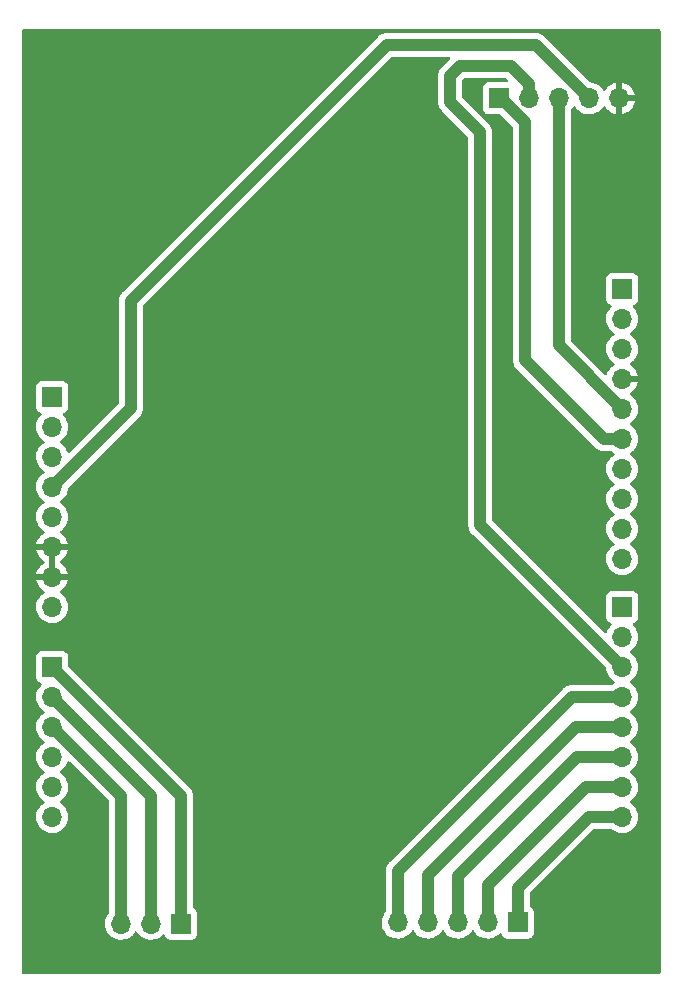
<source format=gbr>
%TF.GenerationSoftware,KiCad,Pcbnew,(6.0.7)*%
%TF.CreationDate,2023-09-18T08:45:16-03:00*%
%TF.ProjectId,Shield_Arduino_MAX6675,53686965-6c64-45f4-9172-6475696e6f5f,rev?*%
%TF.SameCoordinates,Original*%
%TF.FileFunction,Copper,L2,Bot*%
%TF.FilePolarity,Positive*%
%FSLAX46Y46*%
G04 Gerber Fmt 4.6, Leading zero omitted, Abs format (unit mm)*
G04 Created by KiCad (PCBNEW (6.0.7)) date 2023-09-18 08:45:16*
%MOMM*%
%LPD*%
G01*
G04 APERTURE LIST*
%TA.AperFunction,ComponentPad*%
%ADD10R,1.700000X1.700000*%
%TD*%
%TA.AperFunction,ComponentPad*%
%ADD11O,1.700000X1.700000*%
%TD*%
%TA.AperFunction,Conductor*%
%ADD12C,1.000000*%
%TD*%
G04 APERTURE END LIST*
D10*
%TO.P,J1,1,Pin_1*%
%TO.N,unconnected-(J1-Pad1)*%
X109702800Y-67437200D03*
D11*
%TO.P,J1,2,Pin_2*%
%TO.N,/IOREF*%
X109702800Y-69977200D03*
%TO.P,J1,3,Pin_3*%
%TO.N,/~{RESET}*%
X109702800Y-72517200D03*
%TO.P,J1,4,Pin_4*%
%TO.N,+3V3*%
X109702800Y-75057200D03*
%TO.P,J1,5,Pin_5*%
%TO.N,+5V*%
X109702800Y-77597200D03*
%TO.P,J1,6,Pin_6*%
%TO.N,GND*%
X109702800Y-80137200D03*
%TO.P,J1,7,Pin_7*%
X109702800Y-82677200D03*
%TO.P,J1,8,Pin_8*%
%TO.N,VCC*%
X109702800Y-85217200D03*
%TD*%
D10*
%TO.P,J3,1,Pin_1*%
%TO.N,/A0*%
X109702800Y-90297200D03*
D11*
%TO.P,J3,2,Pin_2*%
%TO.N,/A1*%
X109702800Y-92837200D03*
%TO.P,J3,3,Pin_3*%
%TO.N,/A2*%
X109702800Y-95377200D03*
%TO.P,J3,4,Pin_4*%
%TO.N,/A3*%
X109702800Y-97917200D03*
%TO.P,J3,5,Pin_5*%
%TO.N,/SDA{slash}A4*%
X109702800Y-100457200D03*
%TO.P,J3,6,Pin_6*%
%TO.N,/SCL{slash}A5*%
X109702800Y-102997200D03*
%TD*%
D10*
%TO.P,J2,1,Pin_1*%
%TO.N,unconnected-(J2-Pad1)*%
X157962800Y-58293200D03*
D11*
%TO.P,J2,2,Pin_2*%
%TO.N,unconnected-(J2-Pad2)*%
X157962800Y-60833200D03*
%TO.P,J2,3,Pin_3*%
%TO.N,unconnected-(J2-Pad3)*%
X157962800Y-63373200D03*
%TO.P,J2,4,Pin_4*%
%TO.N,GND*%
X157962800Y-65913200D03*
%TO.P,J2,5,Pin_5*%
%TO.N,/D13*%
X157962800Y-68453200D03*
%TO.P,J2,6,Pin_6*%
%TO.N,/D12*%
X157962800Y-70993200D03*
%TO.P,J2,7,Pin_7*%
%TO.N,unconnected-(J2-Pad7)*%
X157962800Y-73533200D03*
%TO.P,J2,8,Pin_8*%
%TO.N,unconnected-(J2-Pad8)*%
X157962800Y-76073200D03*
%TO.P,J2,9,Pin_9*%
%TO.N,unconnected-(J2-Pad9)*%
X157962800Y-78613200D03*
%TO.P,J2,10,Pin_10*%
%TO.N,unconnected-(J2-Pad10)*%
X157962800Y-81153200D03*
%TD*%
D10*
%TO.P,J4,1,Pin_1*%
%TO.N,unconnected-(J4-Pad1)*%
X157962800Y-85217200D03*
D11*
%TO.P,J4,2,Pin_2*%
%TO.N,unconnected-(J4-Pad2)*%
X157962800Y-87757200D03*
%TO.P,J4,3,Pin_3*%
%TO.N,/D5*%
X157962800Y-90297200D03*
%TO.P,J4,4,Pin_4*%
%TO.N,/D4*%
X157962800Y-92837200D03*
%TO.P,J4,5,Pin_5*%
%TO.N,/D3*%
X157962800Y-95377200D03*
%TO.P,J4,6,Pin_6*%
%TO.N,/D2*%
X157962800Y-97917200D03*
%TO.P,J4,7,Pin_7*%
%TO.N,/D1*%
X157962800Y-100457200D03*
%TO.P,J4,8,Pin_8*%
%TO.N,/D0*%
X157962800Y-102997200D03*
%TD*%
D10*
%TO.P,J5,1,Pin_1*%
%TO.N,/D12*%
X147553800Y-42145000D03*
D11*
%TO.P,J5,2,Pin_2*%
%TO.N,/D5*%
X150093800Y-42145000D03*
%TO.P,J5,3,Pin_3*%
%TO.N,/D13*%
X152633800Y-42145000D03*
%TO.P,J5,4,Pin_4*%
%TO.N,+3V3*%
X155173800Y-42145000D03*
%TO.P,J5,5,Pin_5*%
%TO.N,GND*%
X157713800Y-42145000D03*
%TD*%
D10*
%TO.P,J6,1,Pin_1*%
%TO.N,/A0*%
X120609800Y-112033400D03*
D11*
%TO.P,J6,2,Pin_2*%
%TO.N,/A1*%
X118069800Y-112033400D03*
%TO.P,J6,3,Pin_3*%
%TO.N,/A2*%
X115529800Y-112033400D03*
%TD*%
D10*
%TO.P,J8,1,Pin_1*%
%TO.N,/D0*%
X149118600Y-111931800D03*
D11*
%TO.P,J8,2,Pin_2*%
%TO.N,/D1*%
X146578600Y-111931800D03*
%TO.P,J8,3,Pin_3*%
%TO.N,/D2*%
X144038600Y-111931800D03*
%TO.P,J8,4,Pin_4*%
%TO.N,/D3*%
X141498600Y-111931800D03*
%TO.P,J8,5,Pin_5*%
%TO.N,/D4*%
X138958600Y-111931800D03*
%TD*%
D12*
%TO.N,/A0*%
X120609800Y-101204200D02*
X120609800Y-112033400D01*
X109702800Y-90297200D02*
X120609800Y-101204200D01*
%TO.N,/A1*%
X118069800Y-112033400D02*
X118069800Y-101204200D01*
X118069800Y-101204200D02*
X109702800Y-92837200D01*
%TO.N,/A2*%
X115529800Y-101204200D02*
X115529800Y-112033400D01*
X109702800Y-95377200D02*
X115529800Y-101204200D01*
%TO.N,+3V3*%
X138049200Y-37617600D02*
X116357600Y-59309200D01*
X116357600Y-68402400D02*
X109702800Y-75057200D01*
X155173800Y-42145000D02*
X150646400Y-37617600D01*
X150646400Y-37617600D02*
X138049200Y-37617600D01*
X116357600Y-59309200D02*
X116357600Y-68402400D01*
%TO.N,/D12*%
X156413400Y-70993200D02*
X149733200Y-64313000D01*
X157962800Y-70993200D02*
X156413400Y-70993200D01*
X147706200Y-42145000D02*
X147553800Y-42145000D01*
X149733200Y-44172000D02*
X147706200Y-42145000D01*
X149733200Y-64313000D02*
X149733200Y-44172000D01*
%TO.N,/D13*%
X152633800Y-63012600D02*
X152633800Y-42145000D01*
X152578000Y-63068400D02*
X152633800Y-63012600D01*
X157962800Y-68453200D02*
X152578000Y-63068400D01*
%TO.N,/D5*%
X157962800Y-90297200D02*
X145948600Y-78283000D01*
X143383200Y-40259200D02*
X144246800Y-39395600D01*
X145948600Y-45009000D02*
X143383200Y-42443600D01*
X150093800Y-40942919D02*
X150093800Y-42145000D01*
X144246800Y-39395600D02*
X148546481Y-39395600D01*
X143383200Y-42443600D02*
X143383200Y-40259200D01*
X145948600Y-78283000D02*
X145948600Y-45009000D01*
X148546481Y-39395600D02*
X150093800Y-40942919D01*
%TO.N,/D0*%
X149118600Y-111931800D02*
X149118600Y-108996600D01*
X155118000Y-102997200D02*
X157962800Y-102997200D01*
X149118600Y-108996600D02*
X155118000Y-102997200D01*
%TO.N,/D1*%
X154864000Y-100457200D02*
X157962800Y-100457200D01*
X146578600Y-108742600D02*
X154864000Y-100457200D01*
X146578600Y-111931800D02*
X146578600Y-108742600D01*
%TO.N,/D2*%
X154152800Y-97917200D02*
X157962800Y-97917200D01*
X144038600Y-111931800D02*
X144038600Y-108031400D01*
X144038600Y-108031400D02*
X154152800Y-97917200D01*
%TO.N,/D3*%
X141498600Y-107929800D02*
X154051200Y-95377200D01*
X141498600Y-111931800D02*
X141498600Y-107929800D01*
X154051200Y-95377200D02*
X157962800Y-95377200D01*
%TO.N,/D4*%
X138958600Y-107574200D02*
X153695600Y-92837200D01*
X153695600Y-92837200D02*
X157962800Y-92837200D01*
X138958600Y-111931800D02*
X138958600Y-107574200D01*
%TD*%
%TA.AperFunction,Conductor*%
%TO.N,GND*%
G36*
X161155621Y-36317302D02*
G01*
X161202114Y-36370958D01*
X161213500Y-36423300D01*
X161213500Y-116180300D01*
X161193498Y-116248421D01*
X161139842Y-116294914D01*
X161087500Y-116306300D01*
X107289300Y-116306300D01*
X107221179Y-116286298D01*
X107174686Y-116232642D01*
X107163300Y-116180300D01*
X107163300Y-102963895D01*
X108340051Y-102963895D01*
X108340348Y-102969048D01*
X108340348Y-102969051D01*
X108345811Y-103063790D01*
X108352910Y-103186915D01*
X108354047Y-103191961D01*
X108354048Y-103191967D01*
X108373919Y-103280139D01*
X108402022Y-103404839D01*
X108486066Y-103611816D01*
X108602787Y-103802288D01*
X108749050Y-103971138D01*
X108920926Y-104113832D01*
X109113800Y-104226538D01*
X109322492Y-104306230D01*
X109327560Y-104307261D01*
X109327563Y-104307262D01*
X109434817Y-104329083D01*
X109541397Y-104350767D01*
X109546572Y-104350957D01*
X109546574Y-104350957D01*
X109759473Y-104358764D01*
X109759477Y-104358764D01*
X109764637Y-104358953D01*
X109769757Y-104358297D01*
X109769759Y-104358297D01*
X109981088Y-104331225D01*
X109981089Y-104331225D01*
X109986216Y-104330568D01*
X109991166Y-104329083D01*
X110195229Y-104267861D01*
X110195234Y-104267859D01*
X110200184Y-104266374D01*
X110400794Y-104168096D01*
X110582660Y-104038373D01*
X110595376Y-104025702D01*
X110737235Y-103884337D01*
X110740896Y-103880689D01*
X110800394Y-103797889D01*
X110868235Y-103703477D01*
X110871253Y-103699277D01*
X110970230Y-103499011D01*
X111035170Y-103285269D01*
X111064329Y-103063790D01*
X111065956Y-102997200D01*
X111047652Y-102774561D01*
X110993231Y-102557902D01*
X110904154Y-102353040D01*
X110782814Y-102165477D01*
X110632470Y-102000251D01*
X110628419Y-101997052D01*
X110628415Y-101997048D01*
X110461214Y-101865000D01*
X110461210Y-101864998D01*
X110457159Y-101861798D01*
X110415853Y-101838996D01*
X110365884Y-101788564D01*
X110351112Y-101719121D01*
X110376228Y-101652716D01*
X110403580Y-101626109D01*
X110461172Y-101585029D01*
X110582660Y-101498373D01*
X110595376Y-101485702D01*
X110737235Y-101344337D01*
X110740896Y-101340689D01*
X110800394Y-101257889D01*
X110868235Y-101163477D01*
X110871253Y-101159277D01*
X110875164Y-101151365D01*
X110967936Y-100963653D01*
X110967937Y-100963651D01*
X110970230Y-100959011D01*
X111013317Y-100817194D01*
X111033665Y-100750223D01*
X111033665Y-100750221D01*
X111035170Y-100745269D01*
X111064329Y-100523790D01*
X111065956Y-100457200D01*
X111047652Y-100234561D01*
X110993231Y-100017902D01*
X110904154Y-99813040D01*
X110833573Y-99703938D01*
X110785622Y-99629817D01*
X110785620Y-99629814D01*
X110782814Y-99625477D01*
X110632470Y-99460251D01*
X110628419Y-99457052D01*
X110628415Y-99457048D01*
X110461214Y-99325000D01*
X110461210Y-99324998D01*
X110457159Y-99321798D01*
X110415853Y-99298996D01*
X110365884Y-99248564D01*
X110351112Y-99179121D01*
X110376228Y-99112716D01*
X110403580Y-99086109D01*
X110447403Y-99054850D01*
X110582660Y-98958373D01*
X110595376Y-98945702D01*
X110737235Y-98804337D01*
X110740896Y-98800689D01*
X110800394Y-98717889D01*
X110868235Y-98623477D01*
X110871253Y-98619277D01*
X110970230Y-98419011D01*
X110990277Y-98353027D01*
X111029216Y-98293667D01*
X111094070Y-98264779D01*
X111164246Y-98275540D01*
X111199929Y-98300564D01*
X114484395Y-101585029D01*
X114518421Y-101647341D01*
X114521300Y-101674124D01*
X114521300Y-111071781D01*
X114501298Y-111139902D01*
X114486394Y-111158832D01*
X114470429Y-111175538D01*
X114344543Y-111360080D01*
X114250488Y-111562705D01*
X114190789Y-111777970D01*
X114167051Y-112000095D01*
X114179910Y-112223115D01*
X114181047Y-112228161D01*
X114181048Y-112228167D01*
X114204989Y-112334396D01*
X114229022Y-112441039D01*
X114261523Y-112521080D01*
X114296389Y-112606944D01*
X114313066Y-112648016D01*
X114350485Y-112709078D01*
X114427091Y-112834088D01*
X114429787Y-112838488D01*
X114576050Y-113007338D01*
X114747926Y-113150032D01*
X114940800Y-113262738D01*
X114945625Y-113264580D01*
X114945626Y-113264581D01*
X114995288Y-113283545D01*
X115149492Y-113342430D01*
X115154560Y-113343461D01*
X115154563Y-113343462D01*
X115261817Y-113365283D01*
X115368397Y-113386967D01*
X115373572Y-113387157D01*
X115373574Y-113387157D01*
X115586473Y-113394964D01*
X115586477Y-113394964D01*
X115591637Y-113395153D01*
X115596757Y-113394497D01*
X115596759Y-113394497D01*
X115808088Y-113367425D01*
X115808089Y-113367425D01*
X115813216Y-113366768D01*
X115818166Y-113365283D01*
X116022229Y-113304061D01*
X116022234Y-113304059D01*
X116027184Y-113302574D01*
X116227794Y-113204296D01*
X116409660Y-113074573D01*
X116433274Y-113051042D01*
X116515272Y-112969329D01*
X116567896Y-112916889D01*
X116580381Y-112899515D01*
X116698253Y-112735477D01*
X116699576Y-112736428D01*
X116746445Y-112693257D01*
X116816380Y-112681025D01*
X116881826Y-112708544D01*
X116909675Y-112740394D01*
X116969787Y-112838488D01*
X117116050Y-113007338D01*
X117287926Y-113150032D01*
X117480800Y-113262738D01*
X117485625Y-113264580D01*
X117485626Y-113264581D01*
X117535288Y-113283545D01*
X117689492Y-113342430D01*
X117694560Y-113343461D01*
X117694563Y-113343462D01*
X117801817Y-113365283D01*
X117908397Y-113386967D01*
X117913572Y-113387157D01*
X117913574Y-113387157D01*
X118126473Y-113394964D01*
X118126477Y-113394964D01*
X118131637Y-113395153D01*
X118136757Y-113394497D01*
X118136759Y-113394497D01*
X118348088Y-113367425D01*
X118348089Y-113367425D01*
X118353216Y-113366768D01*
X118358166Y-113365283D01*
X118562229Y-113304061D01*
X118562234Y-113304059D01*
X118567184Y-113302574D01*
X118767794Y-113204296D01*
X118949660Y-113074573D01*
X119057891Y-112966719D01*
X119120262Y-112932804D01*
X119191068Y-112937992D01*
X119247830Y-112980638D01*
X119264812Y-113011741D01*
X119287001Y-113070929D01*
X119309185Y-113130105D01*
X119396539Y-113246661D01*
X119513095Y-113334015D01*
X119649484Y-113385145D01*
X119711666Y-113391900D01*
X121507934Y-113391900D01*
X121570116Y-113385145D01*
X121706505Y-113334015D01*
X121823061Y-113246661D01*
X121910415Y-113130105D01*
X121961545Y-112993716D01*
X121968300Y-112931534D01*
X121968300Y-111135266D01*
X121961545Y-111073084D01*
X121910415Y-110936695D01*
X121823061Y-110820139D01*
X121706505Y-110732785D01*
X121698096Y-110729633D01*
X121690225Y-110725323D01*
X121691136Y-110723659D01*
X121643310Y-110687737D01*
X121618607Y-110621176D01*
X121618300Y-110612391D01*
X121618300Y-101266042D01*
X121619037Y-101252435D01*
X121622459Y-101220937D01*
X121622459Y-101220932D01*
X121623124Y-101214811D01*
X121618750Y-101164809D01*
X121618421Y-101159984D01*
X121618300Y-101157513D01*
X121618300Y-101154431D01*
X121614109Y-101111689D01*
X121613987Y-101110374D01*
X121606423Y-101023919D01*
X121605887Y-101017787D01*
X121604400Y-101012668D01*
X121603880Y-101007367D01*
X121577018Y-100918394D01*
X121576662Y-100917194D01*
X121562842Y-100869625D01*
X121550709Y-100827863D01*
X121548255Y-100823129D01*
X121546716Y-100818031D01*
X121503116Y-100736031D01*
X121502502Y-100734863D01*
X121462526Y-100657741D01*
X121462525Y-100657740D01*
X121459692Y-100652274D01*
X121456369Y-100648111D01*
X121453866Y-100643404D01*
X121395045Y-100571282D01*
X121394354Y-100570426D01*
X121363062Y-100531227D01*
X121360558Y-100528723D01*
X121359916Y-100528005D01*
X121356215Y-100523672D01*
X121328865Y-100490138D01*
X121293537Y-100460912D01*
X121284758Y-100452923D01*
X116205681Y-95373846D01*
X111098205Y-90266371D01*
X111064179Y-90204059D01*
X111061300Y-90177276D01*
X111061300Y-89399066D01*
X111054545Y-89336884D01*
X111003415Y-89200495D01*
X110916061Y-89083939D01*
X110799505Y-88996585D01*
X110663116Y-88945455D01*
X110600934Y-88938700D01*
X108804666Y-88938700D01*
X108742484Y-88945455D01*
X108606095Y-88996585D01*
X108489539Y-89083939D01*
X108402185Y-89200495D01*
X108351055Y-89336884D01*
X108344300Y-89399066D01*
X108344300Y-91195334D01*
X108351055Y-91257516D01*
X108402185Y-91393905D01*
X108489539Y-91510461D01*
X108606095Y-91597815D01*
X108614504Y-91600967D01*
X108614505Y-91600968D01*
X108723251Y-91641735D01*
X108780016Y-91684376D01*
X108804716Y-91750938D01*
X108789509Y-91820287D01*
X108770116Y-91846768D01*
X108720446Y-91898745D01*
X108643429Y-91979338D01*
X108640515Y-91983610D01*
X108640514Y-91983611D01*
X108631360Y-91997030D01*
X108517543Y-92163880D01*
X108423488Y-92366505D01*
X108363789Y-92581770D01*
X108340051Y-92803895D01*
X108340348Y-92809048D01*
X108340348Y-92809051D01*
X108345811Y-92903790D01*
X108352910Y-93026915D01*
X108354047Y-93031961D01*
X108354048Y-93031967D01*
X108373919Y-93120139D01*
X108402022Y-93244839D01*
X108486066Y-93451816D01*
X108602787Y-93642288D01*
X108749050Y-93811138D01*
X108920926Y-93953832D01*
X108991395Y-93995011D01*
X108994245Y-93996676D01*
X109042969Y-94048314D01*
X109056040Y-94118097D01*
X109029309Y-94183869D01*
X108988855Y-94217227D01*
X108976407Y-94223707D01*
X108972274Y-94226810D01*
X108972271Y-94226812D01*
X108801900Y-94354730D01*
X108797765Y-94357835D01*
X108643429Y-94519338D01*
X108517543Y-94703880D01*
X108423488Y-94906505D01*
X108363789Y-95121770D01*
X108340051Y-95343895D01*
X108340348Y-95349048D01*
X108340348Y-95349051D01*
X108345811Y-95443790D01*
X108352910Y-95566915D01*
X108354047Y-95571961D01*
X108354048Y-95571967D01*
X108373919Y-95660139D01*
X108402022Y-95784839D01*
X108486066Y-95991816D01*
X108602787Y-96182288D01*
X108749050Y-96351138D01*
X108920926Y-96493832D01*
X108991395Y-96535011D01*
X108994245Y-96536676D01*
X109042969Y-96588314D01*
X109056040Y-96658097D01*
X109029309Y-96723869D01*
X108988855Y-96757227D01*
X108976407Y-96763707D01*
X108972274Y-96766810D01*
X108972271Y-96766812D01*
X108809934Y-96888698D01*
X108797765Y-96897835D01*
X108643429Y-97059338D01*
X108517543Y-97243880D01*
X108423488Y-97446505D01*
X108363789Y-97661770D01*
X108340051Y-97883895D01*
X108340348Y-97889048D01*
X108340348Y-97889051D01*
X108345811Y-97983790D01*
X108352910Y-98106915D01*
X108354047Y-98111961D01*
X108354048Y-98111967D01*
X108361242Y-98143886D01*
X108402022Y-98324839D01*
X108486066Y-98531816D01*
X108602787Y-98722288D01*
X108749050Y-98891138D01*
X108920926Y-99033832D01*
X108991395Y-99075011D01*
X108994245Y-99076676D01*
X109042969Y-99128314D01*
X109056040Y-99198097D01*
X109029309Y-99263869D01*
X108988855Y-99297227D01*
X108976407Y-99303707D01*
X108972274Y-99306810D01*
X108972271Y-99306812D01*
X108801900Y-99434730D01*
X108797765Y-99437835D01*
X108643429Y-99599338D01*
X108640515Y-99603610D01*
X108640514Y-99603611D01*
X108631360Y-99617030D01*
X108517543Y-99783880D01*
X108423488Y-99986505D01*
X108363789Y-100201770D01*
X108340051Y-100423895D01*
X108340348Y-100429048D01*
X108340348Y-100429051D01*
X108348493Y-100570316D01*
X108352910Y-100646915D01*
X108354047Y-100651961D01*
X108354048Y-100651967D01*
X108372730Y-100734863D01*
X108402022Y-100864839D01*
X108486066Y-101071816D01*
X108602787Y-101262288D01*
X108749050Y-101431138D01*
X108920926Y-101573832D01*
X108991395Y-101615011D01*
X108994245Y-101616676D01*
X109042969Y-101668314D01*
X109056040Y-101738097D01*
X109029309Y-101803869D01*
X108988855Y-101837227D01*
X108976407Y-101843707D01*
X108972274Y-101846810D01*
X108972271Y-101846812D01*
X108805299Y-101972178D01*
X108797765Y-101977835D01*
X108643429Y-102139338D01*
X108517543Y-102323880D01*
X108423488Y-102526505D01*
X108363789Y-102741770D01*
X108340051Y-102963895D01*
X107163300Y-102963895D01*
X107163300Y-85183895D01*
X108340051Y-85183895D01*
X108340348Y-85189048D01*
X108340348Y-85189051D01*
X108345811Y-85283790D01*
X108352910Y-85406915D01*
X108354047Y-85411961D01*
X108354048Y-85411967D01*
X108373919Y-85500139D01*
X108402022Y-85624839D01*
X108486066Y-85831816D01*
X108602787Y-86022288D01*
X108749050Y-86191138D01*
X108920926Y-86333832D01*
X109113800Y-86446538D01*
X109322492Y-86526230D01*
X109327560Y-86527261D01*
X109327563Y-86527262D01*
X109434817Y-86549083D01*
X109541397Y-86570767D01*
X109546572Y-86570957D01*
X109546574Y-86570957D01*
X109759473Y-86578764D01*
X109759477Y-86578764D01*
X109764637Y-86578953D01*
X109769757Y-86578297D01*
X109769759Y-86578297D01*
X109981088Y-86551225D01*
X109981089Y-86551225D01*
X109986216Y-86550568D01*
X109991166Y-86549083D01*
X110195229Y-86487861D01*
X110195234Y-86487859D01*
X110200184Y-86486374D01*
X110400794Y-86388096D01*
X110582660Y-86258373D01*
X110740896Y-86100689D01*
X110800394Y-86017889D01*
X110868235Y-85923477D01*
X110871253Y-85919277D01*
X110970230Y-85719011D01*
X111035170Y-85505269D01*
X111064329Y-85283790D01*
X111065956Y-85217200D01*
X111047652Y-84994561D01*
X110993231Y-84777902D01*
X110904154Y-84573040D01*
X110782814Y-84385477D01*
X110632470Y-84220251D01*
X110628419Y-84217052D01*
X110628415Y-84217048D01*
X110461214Y-84085000D01*
X110461210Y-84084998D01*
X110457159Y-84081798D01*
X110415369Y-84058729D01*
X110365398Y-84008297D01*
X110350626Y-83938854D01*
X110375742Y-83872448D01*
X110403094Y-83845841D01*
X110578128Y-83720992D01*
X110586000Y-83714339D01*
X110736852Y-83564012D01*
X110743530Y-83556165D01*
X110867803Y-83383220D01*
X110873113Y-83374383D01*
X110967470Y-83183467D01*
X110971269Y-83173872D01*
X111033177Y-82970110D01*
X111035355Y-82960037D01*
X111036786Y-82949162D01*
X111034575Y-82934978D01*
X111021417Y-82931200D01*
X108386025Y-82931200D01*
X108372494Y-82935173D01*
X108371057Y-82945166D01*
X108401365Y-83079646D01*
X108404445Y-83089475D01*
X108484570Y-83286803D01*
X108489213Y-83295994D01*
X108600494Y-83477588D01*
X108606577Y-83485899D01*
X108746013Y-83646867D01*
X108753380Y-83654083D01*
X108917234Y-83790116D01*
X108925681Y-83796031D01*
X108994769Y-83836403D01*
X109043493Y-83888042D01*
X109056564Y-83957825D01*
X109029833Y-84023596D01*
X108989384Y-84056952D01*
X108976407Y-84063707D01*
X108972274Y-84066810D01*
X108972271Y-84066812D01*
X108801900Y-84194730D01*
X108797765Y-84197835D01*
X108643429Y-84359338D01*
X108517543Y-84543880D01*
X108423488Y-84746505D01*
X108363789Y-84961770D01*
X108340051Y-85183895D01*
X107163300Y-85183895D01*
X107163300Y-82411383D01*
X108367189Y-82411383D01*
X108368712Y-82419807D01*
X108381092Y-82423200D01*
X109430685Y-82423200D01*
X109445924Y-82418725D01*
X109447129Y-82417335D01*
X109448800Y-82409652D01*
X109448800Y-82405085D01*
X109956800Y-82405085D01*
X109961275Y-82420324D01*
X109962665Y-82421529D01*
X109970348Y-82423200D01*
X111021144Y-82423200D01*
X111034675Y-82419227D01*
X111035980Y-82410147D01*
X110994014Y-82243075D01*
X110990694Y-82233324D01*
X110905772Y-82038014D01*
X110900905Y-82028939D01*
X110785226Y-81850126D01*
X110778936Y-81841957D01*
X110635606Y-81684440D01*
X110628073Y-81677415D01*
X110460939Y-81545422D01*
X110452352Y-81539717D01*
X110414916Y-81519051D01*
X110364946Y-81468619D01*
X110350174Y-81399176D01*
X110375290Y-81332771D01*
X110402642Y-81306164D01*
X110578127Y-81180992D01*
X110586000Y-81174339D01*
X110736852Y-81024012D01*
X110743530Y-81016165D01*
X110867803Y-80843220D01*
X110873113Y-80834383D01*
X110967470Y-80643467D01*
X110971269Y-80633872D01*
X111033177Y-80430110D01*
X111035355Y-80420037D01*
X111036786Y-80409162D01*
X111034575Y-80394978D01*
X111021417Y-80391200D01*
X109974915Y-80391200D01*
X109959676Y-80395675D01*
X109958471Y-80397065D01*
X109956800Y-80404748D01*
X109956800Y-82405085D01*
X109448800Y-82405085D01*
X109448800Y-80409315D01*
X109444325Y-80394076D01*
X109442935Y-80392871D01*
X109435252Y-80391200D01*
X108386025Y-80391200D01*
X108372494Y-80395173D01*
X108371057Y-80405166D01*
X108401365Y-80539646D01*
X108404445Y-80549475D01*
X108484570Y-80746803D01*
X108489213Y-80755994D01*
X108600494Y-80937588D01*
X108606577Y-80945899D01*
X108746013Y-81106867D01*
X108753380Y-81114083D01*
X108917234Y-81250116D01*
X108925681Y-81256031D01*
X108995279Y-81296701D01*
X109044003Y-81348340D01*
X109057074Y-81418123D01*
X109030343Y-81483894D01*
X108989887Y-81517253D01*
X108981262Y-81521742D01*
X108972538Y-81527236D01*
X108802233Y-81655105D01*
X108794526Y-81661948D01*
X108647390Y-81815917D01*
X108640904Y-81823927D01*
X108520898Y-81999849D01*
X108515800Y-82008823D01*
X108426138Y-82201983D01*
X108422575Y-82211670D01*
X108367189Y-82411383D01*
X107163300Y-82411383D01*
X107163300Y-77563895D01*
X108340051Y-77563895D01*
X108340348Y-77569048D01*
X108340348Y-77569051D01*
X108345811Y-77663790D01*
X108352910Y-77786915D01*
X108354047Y-77791961D01*
X108354048Y-77791967D01*
X108370567Y-77865266D01*
X108402022Y-78004839D01*
X108486066Y-78211816D01*
X108526944Y-78278523D01*
X108595601Y-78390561D01*
X108602787Y-78402288D01*
X108749050Y-78571138D01*
X108920926Y-78713832D01*
X108984977Y-78751260D01*
X108994755Y-78756974D01*
X109043479Y-78808612D01*
X109056550Y-78878395D01*
X109029819Y-78944167D01*
X108989362Y-78977527D01*
X108981257Y-78981746D01*
X108972538Y-78987236D01*
X108802233Y-79115105D01*
X108794526Y-79121948D01*
X108647390Y-79275917D01*
X108640904Y-79283927D01*
X108520898Y-79459849D01*
X108515800Y-79468823D01*
X108426138Y-79661983D01*
X108422575Y-79671670D01*
X108367189Y-79871383D01*
X108368712Y-79879807D01*
X108381092Y-79883200D01*
X111021144Y-79883200D01*
X111034675Y-79879227D01*
X111035980Y-79870147D01*
X110994014Y-79703075D01*
X110990694Y-79693324D01*
X110905772Y-79498014D01*
X110900905Y-79488939D01*
X110785226Y-79310126D01*
X110778936Y-79301957D01*
X110635606Y-79144440D01*
X110628073Y-79137415D01*
X110460939Y-79005422D01*
X110452356Y-78999720D01*
X110415402Y-78979320D01*
X110365431Y-78928887D01*
X110350659Y-78859445D01*
X110375775Y-78793039D01*
X110403127Y-78766432D01*
X110426597Y-78749691D01*
X110582660Y-78638373D01*
X110604545Y-78616565D01*
X110737235Y-78484337D01*
X110740896Y-78480689D01*
X110800394Y-78397889D01*
X110868235Y-78303477D01*
X110871253Y-78299277D01*
X110884543Y-78272388D01*
X110967936Y-78103653D01*
X110967937Y-78103651D01*
X110970230Y-78099011D01*
X111035170Y-77885269D01*
X111064329Y-77663790D01*
X111065956Y-77597200D01*
X111047652Y-77374561D01*
X110993231Y-77157902D01*
X110904154Y-76953040D01*
X110782814Y-76765477D01*
X110632470Y-76600251D01*
X110628419Y-76597052D01*
X110628415Y-76597048D01*
X110461214Y-76465000D01*
X110461210Y-76464998D01*
X110457159Y-76461798D01*
X110415853Y-76438996D01*
X110365884Y-76388564D01*
X110351112Y-76319121D01*
X110376228Y-76252716D01*
X110403580Y-76226109D01*
X110447403Y-76194850D01*
X110582660Y-76098373D01*
X110604545Y-76076565D01*
X110737235Y-75944337D01*
X110740896Y-75940689D01*
X110800394Y-75857889D01*
X110868235Y-75763477D01*
X110871253Y-75759277D01*
X110935564Y-75629154D01*
X110967936Y-75563653D01*
X110967937Y-75563651D01*
X110970230Y-75559011D01*
X111035170Y-75345269D01*
X111059032Y-75164024D01*
X111087755Y-75099097D01*
X111094859Y-75091376D01*
X117026979Y-69159255D01*
X117037122Y-69150153D01*
X117061818Y-69130297D01*
X117066625Y-69126432D01*
X117098920Y-69087944D01*
X117102078Y-69084325D01*
X117103724Y-69082510D01*
X117105909Y-69080325D01*
X117107864Y-69077945D01*
X117107873Y-69077935D01*
X117133149Y-69047164D01*
X117133991Y-69046149D01*
X117189794Y-68979645D01*
X117193754Y-68974926D01*
X117196323Y-68970252D01*
X117199702Y-68966139D01*
X117243575Y-68884315D01*
X117244184Y-68883193D01*
X117286064Y-68807014D01*
X117286065Y-68807012D01*
X117289033Y-68801613D01*
X117290645Y-68796531D01*
X117293162Y-68791837D01*
X117320362Y-68702869D01*
X117320708Y-68701758D01*
X117346973Y-68618963D01*
X117348835Y-68613094D01*
X117349429Y-68607798D01*
X117350987Y-68602702D01*
X117360390Y-68510143D01*
X117360511Y-68509007D01*
X117366100Y-68459173D01*
X117366100Y-68455646D01*
X117366155Y-68454661D01*
X117366602Y-68448981D01*
X117370974Y-68405938D01*
X117366659Y-68360291D01*
X117366100Y-68348433D01*
X117366100Y-59779125D01*
X117386102Y-59711004D01*
X117403005Y-59690030D01*
X138430029Y-38663005D01*
X138492341Y-38628979D01*
X138519124Y-38626100D01*
X143285876Y-38626100D01*
X143353997Y-38646102D01*
X143400490Y-38699758D01*
X143410594Y-38770032D01*
X143381100Y-38834612D01*
X143374971Y-38841195D01*
X142713821Y-39502345D01*
X142703678Y-39511447D01*
X142674175Y-39535168D01*
X142670208Y-39539896D01*
X142641909Y-39573621D01*
X142638728Y-39577269D01*
X142637085Y-39579081D01*
X142634891Y-39581275D01*
X142607558Y-39614549D01*
X142606896Y-39615347D01*
X142547046Y-39686674D01*
X142544478Y-39691344D01*
X142541097Y-39695461D01*
X142510060Y-39753345D01*
X142497223Y-39777286D01*
X142496594Y-39778445D01*
X142454738Y-39854581D01*
X142454735Y-39854589D01*
X142451767Y-39859987D01*
X142450155Y-39865069D01*
X142447638Y-39869763D01*
X142420438Y-39958731D01*
X142420118Y-39959759D01*
X142391965Y-40048506D01*
X142391371Y-40053802D01*
X142389813Y-40058898D01*
X142389190Y-40065034D01*
X142380418Y-40151387D01*
X142380289Y-40152593D01*
X142374700Y-40202427D01*
X142374700Y-40205954D01*
X142374645Y-40206939D01*
X142374198Y-40212619D01*
X142369826Y-40255662D01*
X142373823Y-40297941D01*
X142374141Y-40301309D01*
X142374700Y-40313167D01*
X142374700Y-42381757D01*
X142373963Y-42395364D01*
X142369876Y-42432988D01*
X142370413Y-42439123D01*
X142374250Y-42482988D01*
X142374579Y-42487814D01*
X142374700Y-42490286D01*
X142374700Y-42493369D01*
X142375001Y-42496437D01*
X142378890Y-42536106D01*
X142379012Y-42537419D01*
X142387113Y-42630013D01*
X142388600Y-42635132D01*
X142389120Y-42640433D01*
X142415991Y-42729434D01*
X142416326Y-42730567D01*
X142434217Y-42792145D01*
X142442291Y-42819936D01*
X142444744Y-42824668D01*
X142446284Y-42829769D01*
X142449178Y-42835212D01*
X142489931Y-42911860D01*
X142490543Y-42913026D01*
X142511777Y-42953990D01*
X142533308Y-42995526D01*
X142536631Y-42999689D01*
X142539134Y-43004396D01*
X142597955Y-43076518D01*
X142598646Y-43077374D01*
X142629938Y-43116573D01*
X142632442Y-43119077D01*
X142633084Y-43119795D01*
X142636785Y-43124128D01*
X142664135Y-43157662D01*
X142668882Y-43161589D01*
X142668884Y-43161591D01*
X142699462Y-43186887D01*
X142708242Y-43194877D01*
X144903195Y-45389830D01*
X144937221Y-45452142D01*
X144940100Y-45478925D01*
X144940100Y-78221157D01*
X144939363Y-78234764D01*
X144935276Y-78272388D01*
X144935813Y-78278523D01*
X144939650Y-78322388D01*
X144939979Y-78327214D01*
X144940100Y-78329686D01*
X144940100Y-78332769D01*
X144940401Y-78335837D01*
X144944290Y-78375506D01*
X144944412Y-78376819D01*
X144946982Y-78406190D01*
X144952513Y-78469413D01*
X144954000Y-78474532D01*
X144954520Y-78479833D01*
X144981391Y-78568834D01*
X144981726Y-78569967D01*
X145002472Y-78641371D01*
X145007691Y-78659336D01*
X145010144Y-78664068D01*
X145011684Y-78669169D01*
X145014578Y-78674612D01*
X145055331Y-78751260D01*
X145055943Y-78752426D01*
X145085068Y-78808612D01*
X145098708Y-78834926D01*
X145102031Y-78839089D01*
X145104534Y-78843796D01*
X145163355Y-78915918D01*
X145164046Y-78916774D01*
X145195338Y-78955973D01*
X145197842Y-78958477D01*
X145198484Y-78959195D01*
X145202185Y-78963528D01*
X145229535Y-78997062D01*
X145234282Y-79000989D01*
X145234284Y-79000991D01*
X145264862Y-79026287D01*
X145273642Y-79034277D01*
X156572039Y-90332673D01*
X156606065Y-90394985D01*
X156608735Y-90414514D01*
X156612910Y-90486915D01*
X156614047Y-90491961D01*
X156614048Y-90491967D01*
X156633919Y-90580139D01*
X156662022Y-90704839D01*
X156746066Y-90911816D01*
X156862787Y-91102288D01*
X157009050Y-91271138D01*
X157180926Y-91413832D01*
X157251395Y-91455011D01*
X157254245Y-91456676D01*
X157302969Y-91508314D01*
X157316040Y-91578097D01*
X157289309Y-91643869D01*
X157248855Y-91677227D01*
X157236407Y-91683707D01*
X157232274Y-91686810D01*
X157232271Y-91686812D01*
X157076911Y-91803460D01*
X157010426Y-91828366D01*
X157001258Y-91828700D01*
X153757442Y-91828700D01*
X153743835Y-91827963D01*
X153712337Y-91824541D01*
X153712332Y-91824541D01*
X153706211Y-91823876D01*
X153688211Y-91825451D01*
X153656209Y-91828250D01*
X153651384Y-91828579D01*
X153648913Y-91828700D01*
X153645831Y-91828700D01*
X153623363Y-91830903D01*
X153603089Y-91832891D01*
X153601774Y-91833013D01*
X153569513Y-91835836D01*
X153509187Y-91841113D01*
X153504068Y-91842600D01*
X153498767Y-91843120D01*
X153409794Y-91869982D01*
X153408654Y-91870320D01*
X153319263Y-91896291D01*
X153314529Y-91898745D01*
X153309431Y-91900284D01*
X153303987Y-91903178D01*
X153303986Y-91903179D01*
X153227431Y-91943884D01*
X153226263Y-91944498D01*
X153159050Y-91979338D01*
X153143674Y-91987308D01*
X153139511Y-91990631D01*
X153134804Y-91993134D01*
X153062682Y-92051955D01*
X153061826Y-92052646D01*
X153022627Y-92083938D01*
X153020123Y-92086442D01*
X153019405Y-92087084D01*
X153015072Y-92090785D01*
X152981538Y-92118135D01*
X152977611Y-92122882D01*
X152977609Y-92122884D01*
X152952313Y-92153462D01*
X152944323Y-92162242D01*
X145616614Y-99489952D01*
X138289221Y-106817345D01*
X138279078Y-106826447D01*
X138249575Y-106850168D01*
X138245608Y-106854896D01*
X138217309Y-106888621D01*
X138214128Y-106892269D01*
X138212485Y-106894081D01*
X138210291Y-106896275D01*
X138182958Y-106929549D01*
X138182296Y-106930347D01*
X138122446Y-107001674D01*
X138119878Y-107006344D01*
X138116497Y-107010461D01*
X138085460Y-107068345D01*
X138072623Y-107092286D01*
X138071994Y-107093445D01*
X138030138Y-107169581D01*
X138030135Y-107169589D01*
X138027167Y-107174987D01*
X138025555Y-107180069D01*
X138023038Y-107184763D01*
X137995838Y-107273731D01*
X137995518Y-107274759D01*
X137967365Y-107363506D01*
X137966771Y-107368802D01*
X137965213Y-107373898D01*
X137964590Y-107380034D01*
X137955818Y-107466387D01*
X137955689Y-107467593D01*
X137950100Y-107517427D01*
X137950100Y-107520954D01*
X137950045Y-107521939D01*
X137949598Y-107527619D01*
X137945226Y-107570662D01*
X137945806Y-107576793D01*
X137949541Y-107616309D01*
X137950100Y-107628167D01*
X137950100Y-110970181D01*
X137930098Y-111038302D01*
X137915194Y-111057232D01*
X137899229Y-111073938D01*
X137773343Y-111258480D01*
X137679288Y-111461105D01*
X137619589Y-111676370D01*
X137595851Y-111898495D01*
X137608710Y-112121515D01*
X137609847Y-112126561D01*
X137609848Y-112126567D01*
X137630442Y-112217947D01*
X137657822Y-112339439D01*
X137741866Y-112546416D01*
X137779285Y-112607478D01*
X137855891Y-112732488D01*
X137858587Y-112736888D01*
X138004850Y-112905738D01*
X138176726Y-113048432D01*
X138369600Y-113161138D01*
X138578292Y-113240830D01*
X138583360Y-113241861D01*
X138583363Y-113241862D01*
X138633400Y-113252042D01*
X138797197Y-113285367D01*
X138802372Y-113285557D01*
X138802374Y-113285557D01*
X139015273Y-113293364D01*
X139015277Y-113293364D01*
X139020437Y-113293553D01*
X139025557Y-113292897D01*
X139025559Y-113292897D01*
X139236888Y-113265825D01*
X139236889Y-113265825D01*
X139242016Y-113265168D01*
X139303703Y-113246661D01*
X139451029Y-113202461D01*
X139451034Y-113202459D01*
X139455984Y-113200974D01*
X139656594Y-113102696D01*
X139838460Y-112972973D01*
X139873564Y-112937992D01*
X139932724Y-112879038D01*
X139996696Y-112815289D01*
X140054047Y-112735477D01*
X140127053Y-112633877D01*
X140128376Y-112634828D01*
X140175245Y-112591657D01*
X140245180Y-112579425D01*
X140310626Y-112606944D01*
X140338475Y-112638794D01*
X140398587Y-112736888D01*
X140544850Y-112905738D01*
X140716726Y-113048432D01*
X140909600Y-113161138D01*
X141118292Y-113240830D01*
X141123360Y-113241861D01*
X141123363Y-113241862D01*
X141173400Y-113252042D01*
X141337197Y-113285367D01*
X141342372Y-113285557D01*
X141342374Y-113285557D01*
X141555273Y-113293364D01*
X141555277Y-113293364D01*
X141560437Y-113293553D01*
X141565557Y-113292897D01*
X141565559Y-113292897D01*
X141776888Y-113265825D01*
X141776889Y-113265825D01*
X141782016Y-113265168D01*
X141843703Y-113246661D01*
X141991029Y-113202461D01*
X141991034Y-113202459D01*
X141995984Y-113200974D01*
X142196594Y-113102696D01*
X142378460Y-112972973D01*
X142413564Y-112937992D01*
X142472724Y-112879038D01*
X142536696Y-112815289D01*
X142594047Y-112735477D01*
X142667053Y-112633877D01*
X142668376Y-112634828D01*
X142715245Y-112591657D01*
X142785180Y-112579425D01*
X142850626Y-112606944D01*
X142878475Y-112638794D01*
X142938587Y-112736888D01*
X143084850Y-112905738D01*
X143256726Y-113048432D01*
X143449600Y-113161138D01*
X143658292Y-113240830D01*
X143663360Y-113241861D01*
X143663363Y-113241862D01*
X143713400Y-113252042D01*
X143877197Y-113285367D01*
X143882372Y-113285557D01*
X143882374Y-113285557D01*
X144095273Y-113293364D01*
X144095277Y-113293364D01*
X144100437Y-113293553D01*
X144105557Y-113292897D01*
X144105559Y-113292897D01*
X144316888Y-113265825D01*
X144316889Y-113265825D01*
X144322016Y-113265168D01*
X144383703Y-113246661D01*
X144531029Y-113202461D01*
X144531034Y-113202459D01*
X144535984Y-113200974D01*
X144736594Y-113102696D01*
X144918460Y-112972973D01*
X144953564Y-112937992D01*
X145012724Y-112879038D01*
X145076696Y-112815289D01*
X145134047Y-112735477D01*
X145207053Y-112633877D01*
X145208376Y-112634828D01*
X145255245Y-112591657D01*
X145325180Y-112579425D01*
X145390626Y-112606944D01*
X145418475Y-112638794D01*
X145478587Y-112736888D01*
X145624850Y-112905738D01*
X145796726Y-113048432D01*
X145989600Y-113161138D01*
X146198292Y-113240830D01*
X146203360Y-113241861D01*
X146203363Y-113241862D01*
X146253400Y-113252042D01*
X146417197Y-113285367D01*
X146422372Y-113285557D01*
X146422374Y-113285557D01*
X146635273Y-113293364D01*
X146635277Y-113293364D01*
X146640437Y-113293553D01*
X146645557Y-113292897D01*
X146645559Y-113292897D01*
X146856888Y-113265825D01*
X146856889Y-113265825D01*
X146862016Y-113265168D01*
X146923703Y-113246661D01*
X147071029Y-113202461D01*
X147071034Y-113202459D01*
X147075984Y-113200974D01*
X147276594Y-113102696D01*
X147458460Y-112972973D01*
X147566691Y-112865119D01*
X147629062Y-112831204D01*
X147699868Y-112836392D01*
X147756630Y-112879038D01*
X147773612Y-112910141D01*
X147784053Y-112937992D01*
X147817985Y-113028505D01*
X147905339Y-113145061D01*
X148021895Y-113232415D01*
X148158284Y-113283545D01*
X148220466Y-113290300D01*
X150016734Y-113290300D01*
X150078916Y-113283545D01*
X150215305Y-113232415D01*
X150331861Y-113145061D01*
X150419215Y-113028505D01*
X150470345Y-112892116D01*
X150477100Y-112829934D01*
X150477100Y-111033666D01*
X150470345Y-110971484D01*
X150419215Y-110835095D01*
X150331861Y-110718539D01*
X150215305Y-110631185D01*
X150206896Y-110628033D01*
X150199025Y-110623723D01*
X150199936Y-110622059D01*
X150152110Y-110586137D01*
X150127407Y-110519576D01*
X150127100Y-110510791D01*
X150127100Y-109466525D01*
X150147102Y-109398404D01*
X150164005Y-109377430D01*
X155498829Y-104042605D01*
X155561141Y-104008579D01*
X155587924Y-104005700D01*
X157005193Y-104005700D01*
X157073314Y-104025702D01*
X157085677Y-104034755D01*
X157180926Y-104113832D01*
X157373800Y-104226538D01*
X157582492Y-104306230D01*
X157587560Y-104307261D01*
X157587563Y-104307262D01*
X157694817Y-104329083D01*
X157801397Y-104350767D01*
X157806572Y-104350957D01*
X157806574Y-104350957D01*
X158019473Y-104358764D01*
X158019477Y-104358764D01*
X158024637Y-104358953D01*
X158029757Y-104358297D01*
X158029759Y-104358297D01*
X158241088Y-104331225D01*
X158241089Y-104331225D01*
X158246216Y-104330568D01*
X158251166Y-104329083D01*
X158455229Y-104267861D01*
X158455234Y-104267859D01*
X158460184Y-104266374D01*
X158660794Y-104168096D01*
X158842660Y-104038373D01*
X158855376Y-104025702D01*
X158997235Y-103884337D01*
X159000896Y-103880689D01*
X159060394Y-103797889D01*
X159128235Y-103703477D01*
X159131253Y-103699277D01*
X159230230Y-103499011D01*
X159295170Y-103285269D01*
X159324329Y-103063790D01*
X159325956Y-102997200D01*
X159307652Y-102774561D01*
X159253231Y-102557902D01*
X159164154Y-102353040D01*
X159042814Y-102165477D01*
X158892470Y-102000251D01*
X158888419Y-101997052D01*
X158888415Y-101997048D01*
X158721214Y-101865000D01*
X158721210Y-101864998D01*
X158717159Y-101861798D01*
X158675853Y-101838996D01*
X158625884Y-101788564D01*
X158611112Y-101719121D01*
X158636228Y-101652716D01*
X158663580Y-101626109D01*
X158721172Y-101585029D01*
X158842660Y-101498373D01*
X158855376Y-101485702D01*
X158997235Y-101344337D01*
X159000896Y-101340689D01*
X159060394Y-101257889D01*
X159128235Y-101163477D01*
X159131253Y-101159277D01*
X159135164Y-101151365D01*
X159227936Y-100963653D01*
X159227937Y-100963651D01*
X159230230Y-100959011D01*
X159273317Y-100817194D01*
X159293665Y-100750223D01*
X159293665Y-100750221D01*
X159295170Y-100745269D01*
X159324329Y-100523790D01*
X159325956Y-100457200D01*
X159307652Y-100234561D01*
X159253231Y-100017902D01*
X159164154Y-99813040D01*
X159093573Y-99703938D01*
X159045622Y-99629817D01*
X159045620Y-99629814D01*
X159042814Y-99625477D01*
X158892470Y-99460251D01*
X158888419Y-99457052D01*
X158888415Y-99457048D01*
X158721214Y-99325000D01*
X158721210Y-99324998D01*
X158717159Y-99321798D01*
X158675853Y-99298996D01*
X158625884Y-99248564D01*
X158611112Y-99179121D01*
X158636228Y-99112716D01*
X158663580Y-99086109D01*
X158707403Y-99054850D01*
X158842660Y-98958373D01*
X158855376Y-98945702D01*
X158997235Y-98804337D01*
X159000896Y-98800689D01*
X159060394Y-98717889D01*
X159128235Y-98623477D01*
X159131253Y-98619277D01*
X159230230Y-98419011D01*
X159295170Y-98205269D01*
X159324329Y-97983790D01*
X159325956Y-97917200D01*
X159307652Y-97694561D01*
X159253231Y-97477902D01*
X159164154Y-97273040D01*
X159042814Y-97085477D01*
X158892470Y-96920251D01*
X158888419Y-96917052D01*
X158888415Y-96917048D01*
X158721214Y-96785000D01*
X158721210Y-96784998D01*
X158717159Y-96781798D01*
X158675853Y-96758996D01*
X158625884Y-96708564D01*
X158611112Y-96639121D01*
X158636228Y-96572716D01*
X158663580Y-96546109D01*
X158707403Y-96514850D01*
X158842660Y-96418373D01*
X158855376Y-96405702D01*
X158997235Y-96264337D01*
X159000896Y-96260689D01*
X159060394Y-96177889D01*
X159128235Y-96083477D01*
X159131253Y-96079277D01*
X159230230Y-95879011D01*
X159295170Y-95665269D01*
X159324329Y-95443790D01*
X159325956Y-95377200D01*
X159307652Y-95154561D01*
X159253231Y-94937902D01*
X159164154Y-94733040D01*
X159042814Y-94545477D01*
X158892470Y-94380251D01*
X158888419Y-94377052D01*
X158888415Y-94377048D01*
X158721214Y-94245000D01*
X158721210Y-94244998D01*
X158717159Y-94241798D01*
X158675853Y-94218996D01*
X158625884Y-94168564D01*
X158611112Y-94099121D01*
X158636228Y-94032716D01*
X158663580Y-94006109D01*
X158707403Y-93974850D01*
X158842660Y-93878373D01*
X158855376Y-93865702D01*
X158997235Y-93724337D01*
X159000896Y-93720689D01*
X159060394Y-93637889D01*
X159128235Y-93543477D01*
X159131253Y-93539277D01*
X159230230Y-93339011D01*
X159295170Y-93125269D01*
X159324329Y-92903790D01*
X159325956Y-92837200D01*
X159307652Y-92614561D01*
X159253231Y-92397902D01*
X159164154Y-92193040D01*
X159093573Y-92083938D01*
X159045622Y-92009817D01*
X159045620Y-92009814D01*
X159042814Y-92005477D01*
X158892470Y-91840251D01*
X158888419Y-91837052D01*
X158888415Y-91837048D01*
X158721214Y-91705000D01*
X158721210Y-91704998D01*
X158717159Y-91701798D01*
X158675853Y-91678996D01*
X158625884Y-91628564D01*
X158611112Y-91559121D01*
X158636228Y-91492716D01*
X158663580Y-91466109D01*
X158707403Y-91434850D01*
X158842660Y-91338373D01*
X159000896Y-91180689D01*
X159060394Y-91097889D01*
X159128235Y-91003477D01*
X159131253Y-90999277D01*
X159230230Y-90799011D01*
X159295170Y-90585269D01*
X159324329Y-90363790D01*
X159325956Y-90297200D01*
X159307652Y-90074561D01*
X159253231Y-89857902D01*
X159164154Y-89653040D01*
X159042814Y-89465477D01*
X158892470Y-89300251D01*
X158888419Y-89297052D01*
X158888415Y-89297048D01*
X158721214Y-89165000D01*
X158721210Y-89164998D01*
X158717159Y-89161798D01*
X158675853Y-89138996D01*
X158625884Y-89088564D01*
X158611112Y-89019121D01*
X158636228Y-88952716D01*
X158663580Y-88926109D01*
X158707403Y-88894850D01*
X158842660Y-88798373D01*
X159000896Y-88640689D01*
X159131253Y-88459277D01*
X159230230Y-88259011D01*
X159295170Y-88045269D01*
X159324329Y-87823790D01*
X159325956Y-87757200D01*
X159307652Y-87534561D01*
X159253231Y-87317902D01*
X159164154Y-87113040D01*
X159042814Y-86925477D01*
X159039332Y-86921650D01*
X158895598Y-86763688D01*
X158864546Y-86699842D01*
X158872941Y-86629343D01*
X158918117Y-86574575D01*
X158944561Y-86560906D01*
X159051097Y-86520967D01*
X159059505Y-86517815D01*
X159176061Y-86430461D01*
X159263415Y-86313905D01*
X159314545Y-86177516D01*
X159321300Y-86115334D01*
X159321300Y-84319066D01*
X159314545Y-84256884D01*
X159263415Y-84120495D01*
X159176061Y-84003939D01*
X159059505Y-83916585D01*
X158923116Y-83865455D01*
X158860934Y-83858700D01*
X157064666Y-83858700D01*
X157002484Y-83865455D01*
X156866095Y-83916585D01*
X156749539Y-84003939D01*
X156662185Y-84120495D01*
X156611055Y-84256884D01*
X156604300Y-84319066D01*
X156604300Y-86115334D01*
X156611055Y-86177516D01*
X156662185Y-86313905D01*
X156749539Y-86430461D01*
X156866095Y-86517815D01*
X156874504Y-86520967D01*
X156874505Y-86520968D01*
X156983251Y-86561735D01*
X157040016Y-86604376D01*
X157064716Y-86670938D01*
X157049509Y-86740287D01*
X157030116Y-86766768D01*
X156903429Y-86899338D01*
X156777543Y-87083880D01*
X156683488Y-87286505D01*
X156674974Y-87317206D01*
X156637495Y-87377503D01*
X156573366Y-87407966D01*
X156502948Y-87398922D01*
X156464462Y-87372628D01*
X146994005Y-77902171D01*
X146959979Y-77839859D01*
X146957100Y-77813076D01*
X146957100Y-45070840D01*
X146957837Y-45057232D01*
X146961259Y-45025736D01*
X146961259Y-45025732D01*
X146961924Y-45019611D01*
X146957550Y-44969609D01*
X146957221Y-44964784D01*
X146957100Y-44962313D01*
X146957100Y-44959231D01*
X146952909Y-44916489D01*
X146952787Y-44915174D01*
X146945223Y-44828719D01*
X146944687Y-44822587D01*
X146943200Y-44817468D01*
X146942680Y-44812167D01*
X146915799Y-44723133D01*
X146915464Y-44722000D01*
X146891227Y-44638578D01*
X146891225Y-44638574D01*
X146889508Y-44632663D01*
X146887057Y-44627934D01*
X146885516Y-44622831D01*
X146841830Y-44540669D01*
X146841283Y-44539627D01*
X146801328Y-44462545D01*
X146801327Y-44462544D01*
X146798492Y-44457074D01*
X146795169Y-44452911D01*
X146792666Y-44448204D01*
X146733863Y-44376105D01*
X146733100Y-44375160D01*
X146701861Y-44336027D01*
X146699370Y-44333536D01*
X146698720Y-44332809D01*
X146695008Y-44328463D01*
X146671555Y-44299708D01*
X146667665Y-44294938D01*
X146662923Y-44291015D01*
X146662921Y-44291013D01*
X146632327Y-44265703D01*
X146623547Y-44257713D01*
X144428605Y-42062771D01*
X144394579Y-42000459D01*
X144391700Y-41973676D01*
X144391700Y-40729126D01*
X144411702Y-40661005D01*
X144428604Y-40640031D01*
X144627629Y-40441005D01*
X144689941Y-40406980D01*
X144716725Y-40404100D01*
X148076556Y-40404100D01*
X148144677Y-40424102D01*
X148165651Y-40441005D01*
X148296051Y-40571405D01*
X148330077Y-40633717D01*
X148325012Y-40704532D01*
X148282465Y-40761368D01*
X148215945Y-40786179D01*
X148206956Y-40786500D01*
X146655666Y-40786500D01*
X146593484Y-40793255D01*
X146457095Y-40844385D01*
X146340539Y-40931739D01*
X146253185Y-41048295D01*
X146202055Y-41184684D01*
X146195300Y-41246866D01*
X146195300Y-43043134D01*
X146202055Y-43105316D01*
X146253185Y-43241705D01*
X146340539Y-43358261D01*
X146457095Y-43445615D01*
X146593484Y-43496745D01*
X146655666Y-43503500D01*
X147586275Y-43503500D01*
X147654396Y-43523502D01*
X147675370Y-43540405D01*
X148687795Y-44552829D01*
X148721820Y-44615141D01*
X148724700Y-44641924D01*
X148724700Y-64251157D01*
X148723963Y-64264764D01*
X148719876Y-64302388D01*
X148720413Y-64308523D01*
X148724250Y-64352388D01*
X148724579Y-64357214D01*
X148724700Y-64359686D01*
X148724700Y-64362769D01*
X148725001Y-64365837D01*
X148728890Y-64405506D01*
X148729012Y-64406819D01*
X148732885Y-64451084D01*
X148737113Y-64499413D01*
X148738600Y-64504532D01*
X148739120Y-64509833D01*
X148765991Y-64598834D01*
X148766326Y-64599967D01*
X148776634Y-64635445D01*
X148792291Y-64689336D01*
X148794744Y-64694068D01*
X148796284Y-64699169D01*
X148799178Y-64704612D01*
X148839931Y-64781260D01*
X148840543Y-64782426D01*
X148883308Y-64864926D01*
X148886631Y-64869089D01*
X148889134Y-64873796D01*
X148947955Y-64945918D01*
X148948646Y-64946774D01*
X148979938Y-64985973D01*
X148982442Y-64988477D01*
X148983084Y-64989195D01*
X148986785Y-64993528D01*
X149014135Y-65027062D01*
X149018882Y-65030989D01*
X149018884Y-65030991D01*
X149049462Y-65056287D01*
X149058242Y-65064277D01*
X155656549Y-71662584D01*
X155665651Y-71672727D01*
X155689368Y-71702225D01*
X155727846Y-71734512D01*
X155731462Y-71737667D01*
X155733288Y-71739323D01*
X155735474Y-71741509D01*
X155737854Y-71743464D01*
X155737864Y-71743473D01*
X155768668Y-71768776D01*
X155769683Y-71769618D01*
X155840874Y-71829354D01*
X155845548Y-71831923D01*
X155849661Y-71835302D01*
X155855098Y-71838217D01*
X155855099Y-71838218D01*
X155931447Y-71879155D01*
X155932577Y-71879768D01*
X156014187Y-71924633D01*
X156019269Y-71926245D01*
X156023963Y-71928762D01*
X156112931Y-71955962D01*
X156113959Y-71956282D01*
X156202706Y-71984435D01*
X156208002Y-71985029D01*
X156213098Y-71986587D01*
X156305657Y-71995990D01*
X156306793Y-71996111D01*
X156340408Y-71999881D01*
X156353130Y-72001308D01*
X156353134Y-72001308D01*
X156356627Y-72001700D01*
X156360154Y-72001700D01*
X156361139Y-72001755D01*
X156366819Y-72002202D01*
X156396225Y-72005189D01*
X156403737Y-72005952D01*
X156403739Y-72005952D01*
X156409862Y-72006574D01*
X156455508Y-72002259D01*
X156467367Y-72001700D01*
X157005193Y-72001700D01*
X157073314Y-72021702D01*
X157085677Y-72030755D01*
X157180926Y-72109832D01*
X157217204Y-72131031D01*
X157254245Y-72152676D01*
X157302969Y-72204314D01*
X157316040Y-72274097D01*
X157289309Y-72339869D01*
X157248855Y-72373227D01*
X157236407Y-72379707D01*
X157232274Y-72382810D01*
X157232271Y-72382812D01*
X157097641Y-72483895D01*
X157057765Y-72513835D01*
X156903429Y-72675338D01*
X156777543Y-72859880D01*
X156683488Y-73062505D01*
X156623789Y-73277770D01*
X156600051Y-73499895D01*
X156600348Y-73505048D01*
X156600348Y-73505051D01*
X156607924Y-73636442D01*
X156612910Y-73722915D01*
X156614047Y-73727961D01*
X156614048Y-73727967D01*
X156633919Y-73816139D01*
X156662022Y-73940839D01*
X156746066Y-74147816D01*
X156862787Y-74338288D01*
X157009050Y-74507138D01*
X157180926Y-74649832D01*
X157251395Y-74691011D01*
X157254245Y-74692676D01*
X157302969Y-74744314D01*
X157316040Y-74814097D01*
X157289309Y-74879869D01*
X157248855Y-74913227D01*
X157236407Y-74919707D01*
X157232274Y-74922810D01*
X157232271Y-74922812D01*
X157097641Y-75023895D01*
X157057765Y-75053835D01*
X156903429Y-75215338D01*
X156777543Y-75399880D01*
X156683488Y-75602505D01*
X156623789Y-75817770D01*
X156600051Y-76039895D01*
X156600348Y-76045048D01*
X156600348Y-76045051D01*
X156607924Y-76176442D01*
X156612910Y-76262915D01*
X156614047Y-76267961D01*
X156614048Y-76267967D01*
X156633401Y-76353838D01*
X156662022Y-76480839D01*
X156746066Y-76687816D01*
X156862787Y-76878288D01*
X157009050Y-77047138D01*
X157180926Y-77189832D01*
X157251395Y-77231011D01*
X157254245Y-77232676D01*
X157302969Y-77284314D01*
X157316040Y-77354097D01*
X157289309Y-77419869D01*
X157248855Y-77453227D01*
X157236407Y-77459707D01*
X157232274Y-77462810D01*
X157232271Y-77462812D01*
X157097641Y-77563895D01*
X157057765Y-77593835D01*
X156903429Y-77755338D01*
X156777543Y-77939880D01*
X156683488Y-78142505D01*
X156623789Y-78357770D01*
X156600051Y-78579895D01*
X156600348Y-78585048D01*
X156600348Y-78585051D01*
X156607924Y-78716442D01*
X156612910Y-78802915D01*
X156614047Y-78807961D01*
X156614048Y-78807967D01*
X156627211Y-78866374D01*
X156662022Y-79020839D01*
X156746066Y-79227816D01*
X156862787Y-79418288D01*
X157009050Y-79587138D01*
X157180926Y-79729832D01*
X157251395Y-79771011D01*
X157254245Y-79772676D01*
X157302969Y-79824314D01*
X157316040Y-79894097D01*
X157289309Y-79959869D01*
X157248855Y-79993227D01*
X157236407Y-79999707D01*
X157232274Y-80002810D01*
X157232271Y-80002812D01*
X157208047Y-80021000D01*
X157057765Y-80133835D01*
X156903429Y-80295338D01*
X156900515Y-80299610D01*
X156900514Y-80299611D01*
X156835459Y-80394978D01*
X156777543Y-80479880D01*
X156761803Y-80513790D01*
X156706063Y-80633872D01*
X156683488Y-80682505D01*
X156623789Y-80897770D01*
X156600051Y-81119895D01*
X156600348Y-81125048D01*
X156600348Y-81125051D01*
X156605811Y-81219790D01*
X156612910Y-81342915D01*
X156614047Y-81347961D01*
X156614048Y-81347967D01*
X156625589Y-81399176D01*
X156662022Y-81560839D01*
X156746066Y-81767816D01*
X156862787Y-81958288D01*
X157009050Y-82127138D01*
X157180926Y-82269832D01*
X157373800Y-82382538D01*
X157378625Y-82384380D01*
X157378626Y-82384381D01*
X157444804Y-82409652D01*
X157582492Y-82462230D01*
X157587560Y-82463261D01*
X157587563Y-82463262D01*
X157694817Y-82485083D01*
X157801397Y-82506767D01*
X157806572Y-82506957D01*
X157806574Y-82506957D01*
X158019473Y-82514764D01*
X158019477Y-82514764D01*
X158024637Y-82514953D01*
X158029757Y-82514297D01*
X158029759Y-82514297D01*
X158241088Y-82487225D01*
X158241089Y-82487225D01*
X158246216Y-82486568D01*
X158251166Y-82485083D01*
X158455229Y-82423861D01*
X158455234Y-82423859D01*
X158460184Y-82422374D01*
X158660794Y-82324096D01*
X158842660Y-82194373D01*
X159000896Y-82036689D01*
X159060394Y-81953889D01*
X159128235Y-81859477D01*
X159131253Y-81855277D01*
X159215686Y-81684440D01*
X159227936Y-81659653D01*
X159227937Y-81659651D01*
X159230230Y-81655011D01*
X159272084Y-81517253D01*
X159293665Y-81446223D01*
X159293665Y-81446221D01*
X159295170Y-81441269D01*
X159324329Y-81219790D01*
X159325956Y-81153200D01*
X159307652Y-80930561D01*
X159253231Y-80713902D01*
X159164154Y-80509040D01*
X159096955Y-80405166D01*
X159045622Y-80325817D01*
X159045620Y-80325814D01*
X159042814Y-80321477D01*
X158892470Y-80156251D01*
X158888419Y-80153052D01*
X158888415Y-80153048D01*
X158721214Y-80021000D01*
X158721210Y-80020998D01*
X158717159Y-80017798D01*
X158675853Y-79994996D01*
X158625884Y-79944564D01*
X158611112Y-79875121D01*
X158636228Y-79808716D01*
X158663580Y-79782109D01*
X158707403Y-79750850D01*
X158842660Y-79654373D01*
X159000896Y-79496689D01*
X159060394Y-79413889D01*
X159128235Y-79319477D01*
X159131253Y-79315277D01*
X159215686Y-79144440D01*
X159227936Y-79119653D01*
X159227937Y-79119651D01*
X159230230Y-79115011D01*
X159295170Y-78901269D01*
X159324329Y-78679790D01*
X159324860Y-78658060D01*
X159325874Y-78616565D01*
X159325874Y-78616561D01*
X159325956Y-78613200D01*
X159307652Y-78390561D01*
X159253231Y-78173902D01*
X159164154Y-77969040D01*
X159124706Y-77908062D01*
X159045622Y-77785817D01*
X159045620Y-77785814D01*
X159042814Y-77781477D01*
X158892470Y-77616251D01*
X158888419Y-77613052D01*
X158888415Y-77613048D01*
X158721214Y-77481000D01*
X158721210Y-77480998D01*
X158717159Y-77477798D01*
X158675853Y-77454996D01*
X158625884Y-77404564D01*
X158611112Y-77335121D01*
X158636228Y-77268716D01*
X158663580Y-77242109D01*
X158707403Y-77210850D01*
X158842660Y-77114373D01*
X159000896Y-76956689D01*
X159006643Y-76948692D01*
X159128235Y-76779477D01*
X159131253Y-76775277D01*
X159133952Y-76769817D01*
X159227936Y-76579653D01*
X159227937Y-76579651D01*
X159230230Y-76575011D01*
X159295170Y-76361269D01*
X159324329Y-76139790D01*
X159325956Y-76073200D01*
X159307652Y-75850561D01*
X159253231Y-75633902D01*
X159164154Y-75429040D01*
X159106641Y-75340139D01*
X159045622Y-75245817D01*
X159045620Y-75245814D01*
X159042814Y-75241477D01*
X158892470Y-75076251D01*
X158888419Y-75073052D01*
X158888415Y-75073048D01*
X158721214Y-74941000D01*
X158721210Y-74940998D01*
X158717159Y-74937798D01*
X158675853Y-74914996D01*
X158625884Y-74864564D01*
X158611112Y-74795121D01*
X158636228Y-74728716D01*
X158663580Y-74702109D01*
X158707403Y-74670850D01*
X158842660Y-74574373D01*
X159000896Y-74416689D01*
X159060394Y-74333889D01*
X159128235Y-74239477D01*
X159131253Y-74235277D01*
X159230230Y-74035011D01*
X159295170Y-73821269D01*
X159324329Y-73599790D01*
X159325956Y-73533200D01*
X159307652Y-73310561D01*
X159253231Y-73093902D01*
X159164154Y-72889040D01*
X159124706Y-72828062D01*
X159045622Y-72705817D01*
X159045620Y-72705814D01*
X159042814Y-72701477D01*
X158892470Y-72536251D01*
X158888419Y-72533052D01*
X158888415Y-72533048D01*
X158721214Y-72401000D01*
X158721210Y-72400998D01*
X158717159Y-72397798D01*
X158675853Y-72374996D01*
X158625884Y-72324564D01*
X158611112Y-72255121D01*
X158636228Y-72188716D01*
X158663580Y-72162109D01*
X158726197Y-72117445D01*
X158842660Y-72034373D01*
X158855376Y-72021702D01*
X158951019Y-71926392D01*
X159000896Y-71876689D01*
X159006643Y-71868692D01*
X159128235Y-71699477D01*
X159131253Y-71695277D01*
X159133952Y-71689817D01*
X159227936Y-71499653D01*
X159227937Y-71499651D01*
X159230230Y-71495011D01*
X159295170Y-71281269D01*
X159324329Y-71059790D01*
X159325956Y-70993200D01*
X159307652Y-70770561D01*
X159253231Y-70553902D01*
X159164154Y-70349040D01*
X159106641Y-70260139D01*
X159045622Y-70165817D01*
X159045620Y-70165814D01*
X159042814Y-70161477D01*
X158892470Y-69996251D01*
X158888419Y-69993052D01*
X158888415Y-69993048D01*
X158721214Y-69861000D01*
X158721210Y-69860998D01*
X158717159Y-69857798D01*
X158675853Y-69834996D01*
X158625884Y-69784564D01*
X158611112Y-69715121D01*
X158636228Y-69648716D01*
X158663580Y-69622109D01*
X158707403Y-69590850D01*
X158842660Y-69494373D01*
X159000896Y-69336689D01*
X159006643Y-69328692D01*
X159128235Y-69159477D01*
X159131253Y-69155277D01*
X159133786Y-69150153D01*
X159227936Y-68959653D01*
X159227937Y-68959651D01*
X159230230Y-68955011D01*
X159281597Y-68785944D01*
X159293665Y-68746223D01*
X159293665Y-68746221D01*
X159295170Y-68741269D01*
X159324329Y-68519790D01*
X159325956Y-68453200D01*
X159307652Y-68230561D01*
X159253231Y-68013902D01*
X159164154Y-67809040D01*
X159042814Y-67621477D01*
X158892470Y-67456251D01*
X158888419Y-67453052D01*
X158888415Y-67453048D01*
X158721214Y-67321000D01*
X158721210Y-67320998D01*
X158717159Y-67317798D01*
X158675369Y-67294729D01*
X158625398Y-67244297D01*
X158610626Y-67174854D01*
X158635742Y-67108448D01*
X158663094Y-67081841D01*
X158838128Y-66956992D01*
X158846000Y-66950339D01*
X158996852Y-66800012D01*
X159003530Y-66792165D01*
X159127803Y-66619220D01*
X159133113Y-66610383D01*
X159227470Y-66419467D01*
X159231269Y-66409872D01*
X159293177Y-66206110D01*
X159295355Y-66196037D01*
X159296786Y-66185162D01*
X159294575Y-66170978D01*
X159281417Y-66167200D01*
X157834800Y-66167200D01*
X157766679Y-66147198D01*
X157720186Y-66093542D01*
X157708800Y-66041200D01*
X157708800Y-65785200D01*
X157728802Y-65717079D01*
X157782458Y-65670586D01*
X157834800Y-65659200D01*
X159281144Y-65659200D01*
X159294675Y-65655227D01*
X159295980Y-65646147D01*
X159254014Y-65479075D01*
X159250694Y-65469324D01*
X159165772Y-65274014D01*
X159160905Y-65264939D01*
X159045226Y-65086126D01*
X159038936Y-65077957D01*
X158895606Y-64920440D01*
X158888073Y-64913415D01*
X158720939Y-64781422D01*
X158712356Y-64775720D01*
X158675402Y-64755320D01*
X158625431Y-64704887D01*
X158610659Y-64635445D01*
X158635775Y-64569039D01*
X158663127Y-64542432D01*
X158723418Y-64499427D01*
X158842660Y-64414373D01*
X158850241Y-64406819D01*
X158924009Y-64333307D01*
X159000896Y-64256689D01*
X159060394Y-64173889D01*
X159128235Y-64079477D01*
X159131253Y-64075277D01*
X159220220Y-63895266D01*
X159227936Y-63879653D01*
X159227937Y-63879651D01*
X159230230Y-63875011D01*
X159270781Y-63741542D01*
X159293665Y-63666223D01*
X159293665Y-63666221D01*
X159295170Y-63661269D01*
X159324329Y-63439790D01*
X159325956Y-63373200D01*
X159307652Y-63150561D01*
X159253231Y-62933902D01*
X159164154Y-62729040D01*
X159042814Y-62541477D01*
X158892470Y-62376251D01*
X158888419Y-62373052D01*
X158888415Y-62373048D01*
X158721214Y-62241000D01*
X158721210Y-62240998D01*
X158717159Y-62237798D01*
X158675853Y-62214996D01*
X158625884Y-62164564D01*
X158611112Y-62095121D01*
X158636228Y-62028716D01*
X158663580Y-62002109D01*
X158707403Y-61970850D01*
X158842660Y-61874373D01*
X159000896Y-61716689D01*
X159060394Y-61633889D01*
X159128235Y-61539477D01*
X159131253Y-61535277D01*
X159230230Y-61335011D01*
X159295170Y-61121269D01*
X159324329Y-60899790D01*
X159325956Y-60833200D01*
X159307652Y-60610561D01*
X159253231Y-60393902D01*
X159164154Y-60189040D01*
X159042814Y-60001477D01*
X159039332Y-59997650D01*
X158895598Y-59839688D01*
X158864546Y-59775842D01*
X158872941Y-59705343D01*
X158918117Y-59650575D01*
X158944561Y-59636906D01*
X159051097Y-59596967D01*
X159059505Y-59593815D01*
X159176061Y-59506461D01*
X159263415Y-59389905D01*
X159314545Y-59253516D01*
X159321300Y-59191334D01*
X159321300Y-57395066D01*
X159314545Y-57332884D01*
X159263415Y-57196495D01*
X159176061Y-57079939D01*
X159059505Y-56992585D01*
X158923116Y-56941455D01*
X158860934Y-56934700D01*
X157064666Y-56934700D01*
X157002484Y-56941455D01*
X156866095Y-56992585D01*
X156749539Y-57079939D01*
X156662185Y-57196495D01*
X156611055Y-57332884D01*
X156604300Y-57395066D01*
X156604300Y-59191334D01*
X156611055Y-59253516D01*
X156662185Y-59389905D01*
X156749539Y-59506461D01*
X156866095Y-59593815D01*
X156874504Y-59596967D01*
X156874505Y-59596968D01*
X156983251Y-59637735D01*
X157040016Y-59680376D01*
X157064716Y-59746938D01*
X157049509Y-59816287D01*
X157030116Y-59842768D01*
X156903429Y-59975338D01*
X156777543Y-60159880D01*
X156683488Y-60362505D01*
X156623789Y-60577770D01*
X156600051Y-60799895D01*
X156600348Y-60805048D01*
X156600348Y-60805051D01*
X156605811Y-60899790D01*
X156612910Y-61022915D01*
X156614047Y-61027961D01*
X156614048Y-61027967D01*
X156633919Y-61116139D01*
X156662022Y-61240839D01*
X156746066Y-61447816D01*
X156862787Y-61638288D01*
X157009050Y-61807138D01*
X157180926Y-61949832D01*
X157251395Y-61991011D01*
X157254245Y-61992676D01*
X157302969Y-62044314D01*
X157316040Y-62114097D01*
X157289309Y-62179869D01*
X157248855Y-62213227D01*
X157236407Y-62219707D01*
X157232274Y-62222810D01*
X157232271Y-62222812D01*
X157208047Y-62241000D01*
X157057765Y-62353835D01*
X156903429Y-62515338D01*
X156777543Y-62699880D01*
X156683488Y-62902505D01*
X156623789Y-63117770D01*
X156600051Y-63339895D01*
X156600348Y-63345048D01*
X156600348Y-63345051D01*
X156606002Y-63443108D01*
X156612910Y-63562915D01*
X156614047Y-63567961D01*
X156614048Y-63567967D01*
X156633919Y-63656139D01*
X156662022Y-63780839D01*
X156746066Y-63987816D01*
X156862787Y-64178288D01*
X157009050Y-64347138D01*
X157180926Y-64489832D01*
X157215154Y-64509833D01*
X157254755Y-64532974D01*
X157303479Y-64584612D01*
X157316550Y-64654395D01*
X157289819Y-64720167D01*
X157249362Y-64753527D01*
X157241257Y-64757746D01*
X157232538Y-64763236D01*
X157062233Y-64891105D01*
X157054526Y-64897948D01*
X156907390Y-65051917D01*
X156900904Y-65059927D01*
X156780898Y-65235849D01*
X156775800Y-65244823D01*
X156686138Y-65437983D01*
X156682577Y-65447665D01*
X156675380Y-65473613D01*
X156637900Y-65533910D01*
X156573771Y-65564372D01*
X156503352Y-65555328D01*
X156464870Y-65529035D01*
X153679205Y-62743371D01*
X153645179Y-62681059D01*
X153642300Y-62654276D01*
X153642300Y-43108970D01*
X153662302Y-43040849D01*
X153670260Y-43030120D01*
X153671896Y-43028489D01*
X153802253Y-42847077D01*
X153803576Y-42848028D01*
X153850445Y-42804857D01*
X153920380Y-42792625D01*
X153985826Y-42820144D01*
X154013675Y-42851994D01*
X154073787Y-42950088D01*
X154220050Y-43118938D01*
X154391926Y-43261632D01*
X154584800Y-43374338D01*
X154793492Y-43454030D01*
X154798560Y-43455061D01*
X154798563Y-43455062D01*
X154893662Y-43474410D01*
X155012397Y-43498567D01*
X155017572Y-43498757D01*
X155017574Y-43498757D01*
X155230473Y-43506564D01*
X155230477Y-43506564D01*
X155235637Y-43506753D01*
X155240757Y-43506097D01*
X155240759Y-43506097D01*
X155452088Y-43479025D01*
X155452089Y-43479025D01*
X155457216Y-43478368D01*
X155462166Y-43476883D01*
X155666229Y-43415661D01*
X155666234Y-43415659D01*
X155671184Y-43414174D01*
X155871794Y-43315896D01*
X156053660Y-43186173D01*
X156211896Y-43028489D01*
X156229209Y-43004396D01*
X156342253Y-42847077D01*
X156343440Y-42847930D01*
X156390760Y-42804362D01*
X156460697Y-42792145D01*
X156526138Y-42819678D01*
X156553966Y-42851511D01*
X156611494Y-42945388D01*
X156617577Y-42953699D01*
X156757013Y-43114667D01*
X156764380Y-43121883D01*
X156928234Y-43257916D01*
X156936681Y-43263831D01*
X157120556Y-43371279D01*
X157129842Y-43375729D01*
X157328801Y-43451703D01*
X157338699Y-43454579D01*
X157442050Y-43475606D01*
X157456099Y-43474410D01*
X157459800Y-43464065D01*
X157459800Y-43463517D01*
X157967800Y-43463517D01*
X157971864Y-43477359D01*
X157985278Y-43479393D01*
X157991984Y-43478534D01*
X158002062Y-43476392D01*
X158206055Y-43415191D01*
X158215642Y-43411433D01*
X158406895Y-43317739D01*
X158415745Y-43312464D01*
X158589128Y-43188792D01*
X158597000Y-43182139D01*
X158747852Y-43031812D01*
X158754530Y-43023965D01*
X158878803Y-42851020D01*
X158884113Y-42842183D01*
X158978470Y-42651267D01*
X158982269Y-42641672D01*
X159044177Y-42437910D01*
X159046355Y-42427837D01*
X159047786Y-42416962D01*
X159045575Y-42402778D01*
X159032417Y-42399000D01*
X157985915Y-42399000D01*
X157970676Y-42403475D01*
X157969471Y-42404865D01*
X157967800Y-42412548D01*
X157967800Y-43463517D01*
X157459800Y-43463517D01*
X157459800Y-41872885D01*
X157967800Y-41872885D01*
X157972275Y-41888124D01*
X157973665Y-41889329D01*
X157981348Y-41891000D01*
X159032144Y-41891000D01*
X159045675Y-41887027D01*
X159046980Y-41877947D01*
X159005014Y-41710875D01*
X159001694Y-41701124D01*
X158916772Y-41505814D01*
X158911905Y-41496739D01*
X158796226Y-41317926D01*
X158789936Y-41309757D01*
X158646606Y-41152240D01*
X158639073Y-41145215D01*
X158471939Y-41013222D01*
X158463352Y-41007517D01*
X158276917Y-40904599D01*
X158267505Y-40900369D01*
X158066759Y-40829280D01*
X158056788Y-40826646D01*
X157985637Y-40813972D01*
X157972340Y-40815432D01*
X157967800Y-40829989D01*
X157967800Y-41872885D01*
X157459800Y-41872885D01*
X157459800Y-40828102D01*
X157455882Y-40814758D01*
X157441606Y-40812771D01*
X157403124Y-40818660D01*
X157393088Y-40821051D01*
X157190668Y-40887212D01*
X157181159Y-40891209D01*
X156992263Y-40989542D01*
X156983538Y-40995036D01*
X156813233Y-41122905D01*
X156805526Y-41129748D01*
X156658390Y-41283717D01*
X156651909Y-41291722D01*
X156547298Y-41445074D01*
X156492387Y-41490076D01*
X156421862Y-41498247D01*
X156358115Y-41466993D01*
X156337418Y-41442509D01*
X156256622Y-41317617D01*
X156256620Y-41317614D01*
X156253814Y-41313277D01*
X156103470Y-41148051D01*
X156099419Y-41144852D01*
X156099415Y-41144848D01*
X155932214Y-41012800D01*
X155932210Y-41012798D01*
X155928159Y-41009598D01*
X155919412Y-41004769D01*
X155815465Y-40947388D01*
X155732589Y-40901638D01*
X155727720Y-40899914D01*
X155727716Y-40899912D01*
X155526887Y-40828795D01*
X155526883Y-40828794D01*
X155522012Y-40827069D01*
X155516919Y-40826162D01*
X155516916Y-40826161D01*
X155441743Y-40812771D01*
X155302084Y-40787894D01*
X155293484Y-40787789D01*
X155292151Y-40787380D01*
X155291761Y-40787343D01*
X155291769Y-40787262D01*
X155225613Y-40766957D01*
X155205927Y-40750893D01*
X151403255Y-36948221D01*
X151394153Y-36938078D01*
X151374297Y-36913382D01*
X151370432Y-36908575D01*
X151331978Y-36876308D01*
X151328331Y-36873128D01*
X151326519Y-36871485D01*
X151324325Y-36869291D01*
X151291051Y-36841958D01*
X151290253Y-36841296D01*
X151218926Y-36781446D01*
X151214256Y-36778878D01*
X151210139Y-36775497D01*
X151128314Y-36731623D01*
X151127155Y-36730994D01*
X151051019Y-36689138D01*
X151051011Y-36689135D01*
X151045613Y-36686167D01*
X151040531Y-36684555D01*
X151035837Y-36682038D01*
X150946869Y-36654838D01*
X150945841Y-36654518D01*
X150857094Y-36626365D01*
X150851798Y-36625771D01*
X150846702Y-36624213D01*
X150754143Y-36614810D01*
X150753007Y-36614689D01*
X150719392Y-36610919D01*
X150706670Y-36609492D01*
X150706666Y-36609492D01*
X150703173Y-36609100D01*
X150699646Y-36609100D01*
X150698661Y-36609045D01*
X150692981Y-36608598D01*
X150663575Y-36605611D01*
X150656063Y-36604848D01*
X150656061Y-36604848D01*
X150649938Y-36604226D01*
X150607659Y-36608223D01*
X150604291Y-36608541D01*
X150592433Y-36609100D01*
X138111043Y-36609100D01*
X138097436Y-36608363D01*
X138065938Y-36604941D01*
X138065933Y-36604941D01*
X138059812Y-36604276D01*
X138033562Y-36606573D01*
X138009812Y-36608650D01*
X138004986Y-36608979D01*
X138002514Y-36609100D01*
X137999431Y-36609100D01*
X137987462Y-36610274D01*
X137956694Y-36613290D01*
X137955381Y-36613412D01*
X137911116Y-36617285D01*
X137862787Y-36621513D01*
X137857668Y-36623000D01*
X137852367Y-36623520D01*
X137763366Y-36650391D01*
X137762233Y-36650726D01*
X137678786Y-36674970D01*
X137678782Y-36674972D01*
X137672864Y-36676691D01*
X137668132Y-36679144D01*
X137663031Y-36680684D01*
X137657588Y-36683578D01*
X137580940Y-36724331D01*
X137579774Y-36724943D01*
X137502747Y-36764871D01*
X137497274Y-36767708D01*
X137493111Y-36771031D01*
X137488404Y-36773534D01*
X137416282Y-36832355D01*
X137415426Y-36833046D01*
X137376227Y-36864338D01*
X137373723Y-36866842D01*
X137373005Y-36867484D01*
X137368672Y-36871185D01*
X137335138Y-36898535D01*
X137331211Y-36903282D01*
X137331209Y-36903284D01*
X137305913Y-36933862D01*
X137297923Y-36942642D01*
X115688221Y-58552345D01*
X115678078Y-58561447D01*
X115648575Y-58585168D01*
X115644608Y-58589896D01*
X115616309Y-58623621D01*
X115613128Y-58627269D01*
X115611485Y-58629081D01*
X115609291Y-58631275D01*
X115581958Y-58664549D01*
X115581296Y-58665347D01*
X115521446Y-58736674D01*
X115518878Y-58741344D01*
X115515497Y-58745461D01*
X115484460Y-58803345D01*
X115471623Y-58827286D01*
X115470994Y-58828445D01*
X115429138Y-58904581D01*
X115429135Y-58904589D01*
X115426167Y-58909987D01*
X115424555Y-58915069D01*
X115422038Y-58919763D01*
X115394838Y-59008731D01*
X115394518Y-59009759D01*
X115366365Y-59098506D01*
X115365771Y-59103802D01*
X115364213Y-59108898D01*
X115363590Y-59115034D01*
X115354818Y-59201387D01*
X115354689Y-59202593D01*
X115349100Y-59252427D01*
X115349100Y-59255954D01*
X115349045Y-59256939D01*
X115348598Y-59262619D01*
X115344226Y-59305662D01*
X115344806Y-59311793D01*
X115348541Y-59351309D01*
X115349100Y-59363167D01*
X115349100Y-67932476D01*
X115329098Y-68000597D01*
X115312195Y-68021571D01*
X111202735Y-72131031D01*
X111140423Y-72165057D01*
X111069608Y-72159992D01*
X111012772Y-72117445D01*
X110994427Y-72082665D01*
X110993231Y-72077902D01*
X110904154Y-71873040D01*
X110782814Y-71685477D01*
X110632470Y-71520251D01*
X110628419Y-71517052D01*
X110628415Y-71517048D01*
X110461214Y-71385000D01*
X110461210Y-71384998D01*
X110457159Y-71381798D01*
X110415853Y-71358996D01*
X110365884Y-71308564D01*
X110351112Y-71239121D01*
X110376228Y-71172716D01*
X110403580Y-71146109D01*
X110447403Y-71114850D01*
X110582660Y-71018373D01*
X110604545Y-70996565D01*
X110737235Y-70864337D01*
X110740896Y-70860689D01*
X110800394Y-70777889D01*
X110868235Y-70683477D01*
X110871253Y-70679277D01*
X110935564Y-70549154D01*
X110967936Y-70483653D01*
X110967937Y-70483651D01*
X110970230Y-70479011D01*
X111035170Y-70265269D01*
X111064329Y-70043790D01*
X111065956Y-69977200D01*
X111047652Y-69754561D01*
X110993231Y-69537902D01*
X110904154Y-69333040D01*
X110791871Y-69159477D01*
X110785622Y-69149817D01*
X110785620Y-69149814D01*
X110782814Y-69145477D01*
X110779332Y-69141650D01*
X110635598Y-68983688D01*
X110604546Y-68919842D01*
X110612941Y-68849343D01*
X110658117Y-68794575D01*
X110684561Y-68780906D01*
X110791097Y-68740967D01*
X110799505Y-68737815D01*
X110916061Y-68650461D01*
X111003415Y-68533905D01*
X111054545Y-68397516D01*
X111061300Y-68335334D01*
X111061300Y-66539066D01*
X111054545Y-66476884D01*
X111003415Y-66340495D01*
X110916061Y-66223939D01*
X110799505Y-66136585D01*
X110663116Y-66085455D01*
X110600934Y-66078700D01*
X108804666Y-66078700D01*
X108742484Y-66085455D01*
X108606095Y-66136585D01*
X108489539Y-66223939D01*
X108402185Y-66340495D01*
X108351055Y-66476884D01*
X108344300Y-66539066D01*
X108344300Y-68335334D01*
X108351055Y-68397516D01*
X108402185Y-68533905D01*
X108489539Y-68650461D01*
X108606095Y-68737815D01*
X108614504Y-68740967D01*
X108614505Y-68740968D01*
X108723251Y-68781735D01*
X108780016Y-68824376D01*
X108804716Y-68890938D01*
X108789509Y-68960287D01*
X108770116Y-68986768D01*
X108643429Y-69119338D01*
X108640515Y-69123610D01*
X108640514Y-69123611D01*
X108619495Y-69154424D01*
X108517543Y-69303880D01*
X108423488Y-69506505D01*
X108363789Y-69721770D01*
X108340051Y-69943895D01*
X108340348Y-69949048D01*
X108340348Y-69949051D01*
X108345811Y-70043790D01*
X108352910Y-70166915D01*
X108354047Y-70171961D01*
X108354048Y-70171967D01*
X108373919Y-70260139D01*
X108402022Y-70384839D01*
X108486066Y-70591816D01*
X108488765Y-70596220D01*
X108595601Y-70770561D01*
X108602787Y-70782288D01*
X108749050Y-70951138D01*
X108920926Y-71093832D01*
X108991395Y-71135011D01*
X108994245Y-71136676D01*
X109042969Y-71188314D01*
X109056040Y-71258097D01*
X109029309Y-71323869D01*
X108988855Y-71357227D01*
X108976407Y-71363707D01*
X108972274Y-71366810D01*
X108972271Y-71366812D01*
X108948047Y-71385000D01*
X108797765Y-71497835D01*
X108643429Y-71659338D01*
X108640515Y-71663610D01*
X108640514Y-71663611D01*
X108616048Y-71699477D01*
X108517543Y-71843880D01*
X108481437Y-71921664D01*
X108442293Y-72005994D01*
X108423488Y-72046505D01*
X108363789Y-72261770D01*
X108340051Y-72483895D01*
X108352910Y-72706915D01*
X108354047Y-72711961D01*
X108354048Y-72711967D01*
X108378104Y-72818708D01*
X108402022Y-72924839D01*
X108486066Y-73131816D01*
X108488765Y-73136220D01*
X108595601Y-73310561D01*
X108602787Y-73322288D01*
X108749050Y-73491138D01*
X108920926Y-73633832D01*
X108991395Y-73675011D01*
X108994245Y-73676676D01*
X109042969Y-73728314D01*
X109056040Y-73798097D01*
X109029309Y-73863869D01*
X108988855Y-73897227D01*
X108976407Y-73903707D01*
X108972274Y-73906810D01*
X108972271Y-73906812D01*
X108920577Y-73945625D01*
X108797765Y-74037835D01*
X108643429Y-74199338D01*
X108640515Y-74203610D01*
X108640514Y-74203611D01*
X108618913Y-74235277D01*
X108517543Y-74383880D01*
X108423488Y-74586505D01*
X108363789Y-74801770D01*
X108340051Y-75023895D01*
X108352910Y-75246915D01*
X108354047Y-75251961D01*
X108354048Y-75251967D01*
X108373919Y-75340139D01*
X108402022Y-75464839D01*
X108486066Y-75671816D01*
X108488765Y-75676220D01*
X108595601Y-75850561D01*
X108602787Y-75862288D01*
X108749050Y-76031138D01*
X108920926Y-76173832D01*
X108991395Y-76215011D01*
X108994245Y-76216676D01*
X109042969Y-76268314D01*
X109056040Y-76338097D01*
X109029309Y-76403869D01*
X108988855Y-76437227D01*
X108976407Y-76443707D01*
X108972274Y-76446810D01*
X108972271Y-76446812D01*
X108920577Y-76485625D01*
X108797765Y-76577835D01*
X108643429Y-76739338D01*
X108640515Y-76743610D01*
X108640514Y-76743611D01*
X108618913Y-76775277D01*
X108517543Y-76923880D01*
X108423488Y-77126505D01*
X108363789Y-77341770D01*
X108340051Y-77563895D01*
X107163300Y-77563895D01*
X107163300Y-36423300D01*
X107183302Y-36355179D01*
X107236958Y-36308686D01*
X107289300Y-36297300D01*
X161087500Y-36297300D01*
X161155621Y-36317302D01*
G37*
%TD.AperFunction*%
%TD*%
M02*

</source>
